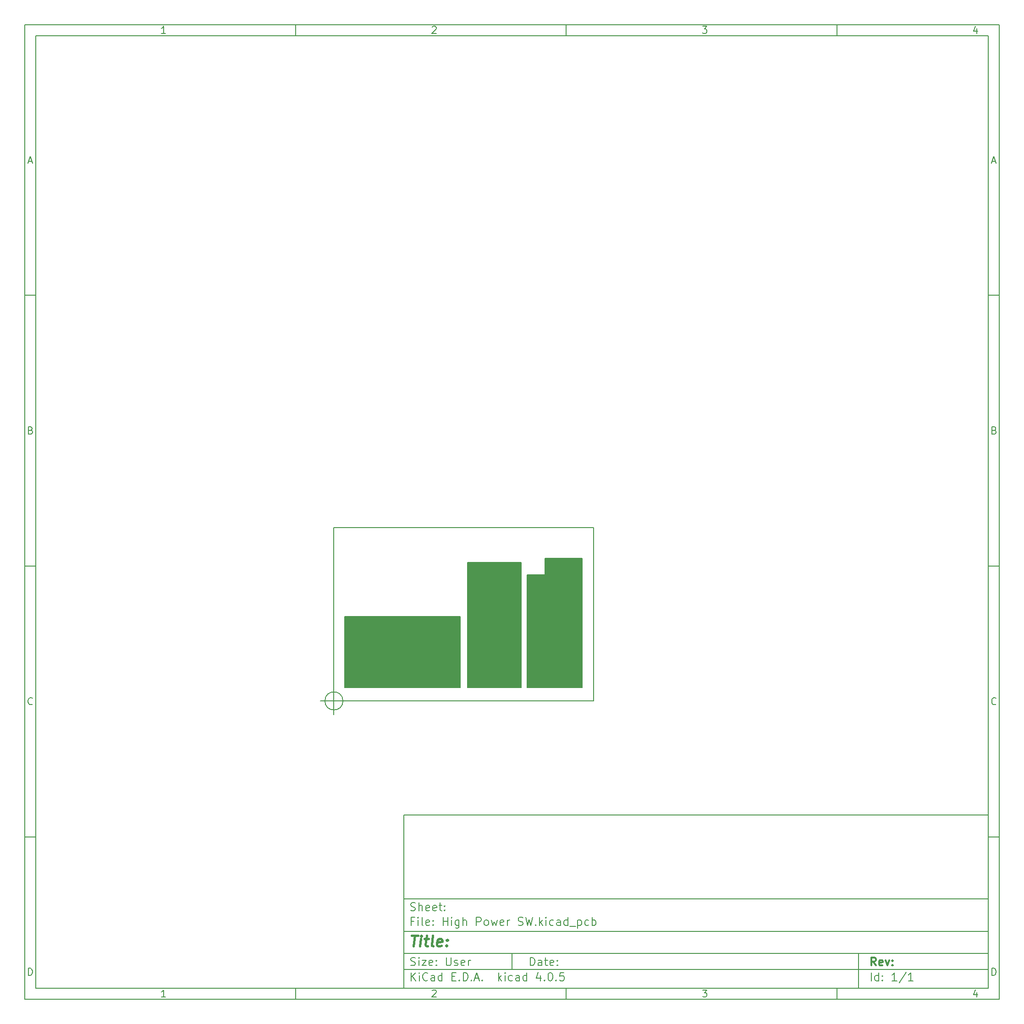
<source format=gbr>
G04 #@! TF.FileFunction,Copper,L2,Bot,Signal*
%FSLAX46Y46*%
G04 Gerber Fmt 4.6, Leading zero omitted, Abs format (unit mm)*
G04 Created by KiCad (PCBNEW 4.0.5) date 02/13/17 18:32:51*
%MOMM*%
%LPD*%
G01*
G04 APERTURE LIST*
%ADD10C,0.100000*%
%ADD11C,0.150000*%
%ADD12C,0.300000*%
%ADD13C,0.400000*%
%ADD14R,6.500000X9.000000*%
%ADD15R,1.500000X1.500000*%
%ADD16R,5.000000X5.000000*%
%ADD17R,5.000000X4.000000*%
%ADD18C,0.600000*%
%ADD19C,0.127000*%
G04 APERTURE END LIST*
D10*
D11*
X79999600Y-155999600D02*
X79999600Y-187999600D01*
X187999600Y-187999600D01*
X187999600Y-155999600D01*
X79999600Y-155999600D01*
D10*
D11*
X10000000Y-10000000D02*
X10000000Y-189999600D01*
X189999600Y-189999600D01*
X189999600Y-10000000D01*
X10000000Y-10000000D01*
D10*
D11*
X12000000Y-12000000D02*
X12000000Y-187999600D01*
X187999600Y-187999600D01*
X187999600Y-12000000D01*
X12000000Y-12000000D01*
D10*
D11*
X60000000Y-12000000D02*
X60000000Y-10000000D01*
D10*
D11*
X110000000Y-12000000D02*
X110000000Y-10000000D01*
D10*
D11*
X160000000Y-12000000D02*
X160000000Y-10000000D01*
D10*
D11*
X35990476Y-11588095D02*
X35247619Y-11588095D01*
X35619048Y-11588095D02*
X35619048Y-10288095D01*
X35495238Y-10473810D01*
X35371429Y-10597619D01*
X35247619Y-10659524D01*
D10*
D11*
X85247619Y-10411905D02*
X85309524Y-10350000D01*
X85433333Y-10288095D01*
X85742857Y-10288095D01*
X85866667Y-10350000D01*
X85928571Y-10411905D01*
X85990476Y-10535714D01*
X85990476Y-10659524D01*
X85928571Y-10845238D01*
X85185714Y-11588095D01*
X85990476Y-11588095D01*
D10*
D11*
X135185714Y-10288095D02*
X135990476Y-10288095D01*
X135557143Y-10783333D01*
X135742857Y-10783333D01*
X135866667Y-10845238D01*
X135928571Y-10907143D01*
X135990476Y-11030952D01*
X135990476Y-11340476D01*
X135928571Y-11464286D01*
X135866667Y-11526190D01*
X135742857Y-11588095D01*
X135371429Y-11588095D01*
X135247619Y-11526190D01*
X135185714Y-11464286D01*
D10*
D11*
X185866667Y-10721429D02*
X185866667Y-11588095D01*
X185557143Y-10226190D02*
X185247619Y-11154762D01*
X186052381Y-11154762D01*
D10*
D11*
X60000000Y-187999600D02*
X60000000Y-189999600D01*
D10*
D11*
X110000000Y-187999600D02*
X110000000Y-189999600D01*
D10*
D11*
X160000000Y-187999600D02*
X160000000Y-189999600D01*
D10*
D11*
X35990476Y-189587695D02*
X35247619Y-189587695D01*
X35619048Y-189587695D02*
X35619048Y-188287695D01*
X35495238Y-188473410D01*
X35371429Y-188597219D01*
X35247619Y-188659124D01*
D10*
D11*
X85247619Y-188411505D02*
X85309524Y-188349600D01*
X85433333Y-188287695D01*
X85742857Y-188287695D01*
X85866667Y-188349600D01*
X85928571Y-188411505D01*
X85990476Y-188535314D01*
X85990476Y-188659124D01*
X85928571Y-188844838D01*
X85185714Y-189587695D01*
X85990476Y-189587695D01*
D10*
D11*
X135185714Y-188287695D02*
X135990476Y-188287695D01*
X135557143Y-188782933D01*
X135742857Y-188782933D01*
X135866667Y-188844838D01*
X135928571Y-188906743D01*
X135990476Y-189030552D01*
X135990476Y-189340076D01*
X135928571Y-189463886D01*
X135866667Y-189525790D01*
X135742857Y-189587695D01*
X135371429Y-189587695D01*
X135247619Y-189525790D01*
X135185714Y-189463886D01*
D10*
D11*
X185866667Y-188721029D02*
X185866667Y-189587695D01*
X185557143Y-188225790D02*
X185247619Y-189154362D01*
X186052381Y-189154362D01*
D10*
D11*
X10000000Y-60000000D02*
X12000000Y-60000000D01*
D10*
D11*
X10000000Y-110000000D02*
X12000000Y-110000000D01*
D10*
D11*
X10000000Y-160000000D02*
X12000000Y-160000000D01*
D10*
D11*
X10690476Y-35216667D02*
X11309524Y-35216667D01*
X10566667Y-35588095D02*
X11000000Y-34288095D01*
X11433333Y-35588095D01*
D10*
D11*
X11092857Y-84907143D02*
X11278571Y-84969048D01*
X11340476Y-85030952D01*
X11402381Y-85154762D01*
X11402381Y-85340476D01*
X11340476Y-85464286D01*
X11278571Y-85526190D01*
X11154762Y-85588095D01*
X10659524Y-85588095D01*
X10659524Y-84288095D01*
X11092857Y-84288095D01*
X11216667Y-84350000D01*
X11278571Y-84411905D01*
X11340476Y-84535714D01*
X11340476Y-84659524D01*
X11278571Y-84783333D01*
X11216667Y-84845238D01*
X11092857Y-84907143D01*
X10659524Y-84907143D01*
D10*
D11*
X11402381Y-135464286D02*
X11340476Y-135526190D01*
X11154762Y-135588095D01*
X11030952Y-135588095D01*
X10845238Y-135526190D01*
X10721429Y-135402381D01*
X10659524Y-135278571D01*
X10597619Y-135030952D01*
X10597619Y-134845238D01*
X10659524Y-134597619D01*
X10721429Y-134473810D01*
X10845238Y-134350000D01*
X11030952Y-134288095D01*
X11154762Y-134288095D01*
X11340476Y-134350000D01*
X11402381Y-134411905D01*
D10*
D11*
X10659524Y-185588095D02*
X10659524Y-184288095D01*
X10969048Y-184288095D01*
X11154762Y-184350000D01*
X11278571Y-184473810D01*
X11340476Y-184597619D01*
X11402381Y-184845238D01*
X11402381Y-185030952D01*
X11340476Y-185278571D01*
X11278571Y-185402381D01*
X11154762Y-185526190D01*
X10969048Y-185588095D01*
X10659524Y-185588095D01*
D10*
D11*
X189999600Y-60000000D02*
X187999600Y-60000000D01*
D10*
D11*
X189999600Y-110000000D02*
X187999600Y-110000000D01*
D10*
D11*
X189999600Y-160000000D02*
X187999600Y-160000000D01*
D10*
D11*
X188690076Y-35216667D02*
X189309124Y-35216667D01*
X188566267Y-35588095D02*
X188999600Y-34288095D01*
X189432933Y-35588095D01*
D10*
D11*
X189092457Y-84907143D02*
X189278171Y-84969048D01*
X189340076Y-85030952D01*
X189401981Y-85154762D01*
X189401981Y-85340476D01*
X189340076Y-85464286D01*
X189278171Y-85526190D01*
X189154362Y-85588095D01*
X188659124Y-85588095D01*
X188659124Y-84288095D01*
X189092457Y-84288095D01*
X189216267Y-84350000D01*
X189278171Y-84411905D01*
X189340076Y-84535714D01*
X189340076Y-84659524D01*
X189278171Y-84783333D01*
X189216267Y-84845238D01*
X189092457Y-84907143D01*
X188659124Y-84907143D01*
D10*
D11*
X189401981Y-135464286D02*
X189340076Y-135526190D01*
X189154362Y-135588095D01*
X189030552Y-135588095D01*
X188844838Y-135526190D01*
X188721029Y-135402381D01*
X188659124Y-135278571D01*
X188597219Y-135030952D01*
X188597219Y-134845238D01*
X188659124Y-134597619D01*
X188721029Y-134473810D01*
X188844838Y-134350000D01*
X189030552Y-134288095D01*
X189154362Y-134288095D01*
X189340076Y-134350000D01*
X189401981Y-134411905D01*
D10*
D11*
X188659124Y-185588095D02*
X188659124Y-184288095D01*
X188968648Y-184288095D01*
X189154362Y-184350000D01*
X189278171Y-184473810D01*
X189340076Y-184597619D01*
X189401981Y-184845238D01*
X189401981Y-185030952D01*
X189340076Y-185278571D01*
X189278171Y-185402381D01*
X189154362Y-185526190D01*
X188968648Y-185588095D01*
X188659124Y-185588095D01*
D10*
D11*
X103356743Y-183778171D02*
X103356743Y-182278171D01*
X103713886Y-182278171D01*
X103928171Y-182349600D01*
X104071029Y-182492457D01*
X104142457Y-182635314D01*
X104213886Y-182921029D01*
X104213886Y-183135314D01*
X104142457Y-183421029D01*
X104071029Y-183563886D01*
X103928171Y-183706743D01*
X103713886Y-183778171D01*
X103356743Y-183778171D01*
X105499600Y-183778171D02*
X105499600Y-182992457D01*
X105428171Y-182849600D01*
X105285314Y-182778171D01*
X104999600Y-182778171D01*
X104856743Y-182849600D01*
X105499600Y-183706743D02*
X105356743Y-183778171D01*
X104999600Y-183778171D01*
X104856743Y-183706743D01*
X104785314Y-183563886D01*
X104785314Y-183421029D01*
X104856743Y-183278171D01*
X104999600Y-183206743D01*
X105356743Y-183206743D01*
X105499600Y-183135314D01*
X105999600Y-182778171D02*
X106571029Y-182778171D01*
X106213886Y-182278171D02*
X106213886Y-183563886D01*
X106285314Y-183706743D01*
X106428172Y-183778171D01*
X106571029Y-183778171D01*
X107642457Y-183706743D02*
X107499600Y-183778171D01*
X107213886Y-183778171D01*
X107071029Y-183706743D01*
X106999600Y-183563886D01*
X106999600Y-182992457D01*
X107071029Y-182849600D01*
X107213886Y-182778171D01*
X107499600Y-182778171D01*
X107642457Y-182849600D01*
X107713886Y-182992457D01*
X107713886Y-183135314D01*
X106999600Y-183278171D01*
X108356743Y-183635314D02*
X108428171Y-183706743D01*
X108356743Y-183778171D01*
X108285314Y-183706743D01*
X108356743Y-183635314D01*
X108356743Y-183778171D01*
X108356743Y-182849600D02*
X108428171Y-182921029D01*
X108356743Y-182992457D01*
X108285314Y-182921029D01*
X108356743Y-182849600D01*
X108356743Y-182992457D01*
D10*
D11*
X79999600Y-184499600D02*
X187999600Y-184499600D01*
D10*
D11*
X81356743Y-186578171D02*
X81356743Y-185078171D01*
X82213886Y-186578171D02*
X81571029Y-185721029D01*
X82213886Y-185078171D02*
X81356743Y-185935314D01*
X82856743Y-186578171D02*
X82856743Y-185578171D01*
X82856743Y-185078171D02*
X82785314Y-185149600D01*
X82856743Y-185221029D01*
X82928171Y-185149600D01*
X82856743Y-185078171D01*
X82856743Y-185221029D01*
X84428172Y-186435314D02*
X84356743Y-186506743D01*
X84142457Y-186578171D01*
X83999600Y-186578171D01*
X83785315Y-186506743D01*
X83642457Y-186363886D01*
X83571029Y-186221029D01*
X83499600Y-185935314D01*
X83499600Y-185721029D01*
X83571029Y-185435314D01*
X83642457Y-185292457D01*
X83785315Y-185149600D01*
X83999600Y-185078171D01*
X84142457Y-185078171D01*
X84356743Y-185149600D01*
X84428172Y-185221029D01*
X85713886Y-186578171D02*
X85713886Y-185792457D01*
X85642457Y-185649600D01*
X85499600Y-185578171D01*
X85213886Y-185578171D01*
X85071029Y-185649600D01*
X85713886Y-186506743D02*
X85571029Y-186578171D01*
X85213886Y-186578171D01*
X85071029Y-186506743D01*
X84999600Y-186363886D01*
X84999600Y-186221029D01*
X85071029Y-186078171D01*
X85213886Y-186006743D01*
X85571029Y-186006743D01*
X85713886Y-185935314D01*
X87071029Y-186578171D02*
X87071029Y-185078171D01*
X87071029Y-186506743D02*
X86928172Y-186578171D01*
X86642458Y-186578171D01*
X86499600Y-186506743D01*
X86428172Y-186435314D01*
X86356743Y-186292457D01*
X86356743Y-185863886D01*
X86428172Y-185721029D01*
X86499600Y-185649600D01*
X86642458Y-185578171D01*
X86928172Y-185578171D01*
X87071029Y-185649600D01*
X88928172Y-185792457D02*
X89428172Y-185792457D01*
X89642458Y-186578171D02*
X88928172Y-186578171D01*
X88928172Y-185078171D01*
X89642458Y-185078171D01*
X90285315Y-186435314D02*
X90356743Y-186506743D01*
X90285315Y-186578171D01*
X90213886Y-186506743D01*
X90285315Y-186435314D01*
X90285315Y-186578171D01*
X90999601Y-186578171D02*
X90999601Y-185078171D01*
X91356744Y-185078171D01*
X91571029Y-185149600D01*
X91713887Y-185292457D01*
X91785315Y-185435314D01*
X91856744Y-185721029D01*
X91856744Y-185935314D01*
X91785315Y-186221029D01*
X91713887Y-186363886D01*
X91571029Y-186506743D01*
X91356744Y-186578171D01*
X90999601Y-186578171D01*
X92499601Y-186435314D02*
X92571029Y-186506743D01*
X92499601Y-186578171D01*
X92428172Y-186506743D01*
X92499601Y-186435314D01*
X92499601Y-186578171D01*
X93142458Y-186149600D02*
X93856744Y-186149600D01*
X92999601Y-186578171D02*
X93499601Y-185078171D01*
X93999601Y-186578171D01*
X94499601Y-186435314D02*
X94571029Y-186506743D01*
X94499601Y-186578171D01*
X94428172Y-186506743D01*
X94499601Y-186435314D01*
X94499601Y-186578171D01*
X97499601Y-186578171D02*
X97499601Y-185078171D01*
X97642458Y-186006743D02*
X98071029Y-186578171D01*
X98071029Y-185578171D02*
X97499601Y-186149600D01*
X98713887Y-186578171D02*
X98713887Y-185578171D01*
X98713887Y-185078171D02*
X98642458Y-185149600D01*
X98713887Y-185221029D01*
X98785315Y-185149600D01*
X98713887Y-185078171D01*
X98713887Y-185221029D01*
X100071030Y-186506743D02*
X99928173Y-186578171D01*
X99642459Y-186578171D01*
X99499601Y-186506743D01*
X99428173Y-186435314D01*
X99356744Y-186292457D01*
X99356744Y-185863886D01*
X99428173Y-185721029D01*
X99499601Y-185649600D01*
X99642459Y-185578171D01*
X99928173Y-185578171D01*
X100071030Y-185649600D01*
X101356744Y-186578171D02*
X101356744Y-185792457D01*
X101285315Y-185649600D01*
X101142458Y-185578171D01*
X100856744Y-185578171D01*
X100713887Y-185649600D01*
X101356744Y-186506743D02*
X101213887Y-186578171D01*
X100856744Y-186578171D01*
X100713887Y-186506743D01*
X100642458Y-186363886D01*
X100642458Y-186221029D01*
X100713887Y-186078171D01*
X100856744Y-186006743D01*
X101213887Y-186006743D01*
X101356744Y-185935314D01*
X102713887Y-186578171D02*
X102713887Y-185078171D01*
X102713887Y-186506743D02*
X102571030Y-186578171D01*
X102285316Y-186578171D01*
X102142458Y-186506743D01*
X102071030Y-186435314D01*
X101999601Y-186292457D01*
X101999601Y-185863886D01*
X102071030Y-185721029D01*
X102142458Y-185649600D01*
X102285316Y-185578171D01*
X102571030Y-185578171D01*
X102713887Y-185649600D01*
X105213887Y-185578171D02*
X105213887Y-186578171D01*
X104856744Y-185006743D02*
X104499601Y-186078171D01*
X105428173Y-186078171D01*
X105999601Y-186435314D02*
X106071029Y-186506743D01*
X105999601Y-186578171D01*
X105928172Y-186506743D01*
X105999601Y-186435314D01*
X105999601Y-186578171D01*
X106999601Y-185078171D02*
X107142458Y-185078171D01*
X107285315Y-185149600D01*
X107356744Y-185221029D01*
X107428173Y-185363886D01*
X107499601Y-185649600D01*
X107499601Y-186006743D01*
X107428173Y-186292457D01*
X107356744Y-186435314D01*
X107285315Y-186506743D01*
X107142458Y-186578171D01*
X106999601Y-186578171D01*
X106856744Y-186506743D01*
X106785315Y-186435314D01*
X106713887Y-186292457D01*
X106642458Y-186006743D01*
X106642458Y-185649600D01*
X106713887Y-185363886D01*
X106785315Y-185221029D01*
X106856744Y-185149600D01*
X106999601Y-185078171D01*
X108142458Y-186435314D02*
X108213886Y-186506743D01*
X108142458Y-186578171D01*
X108071029Y-186506743D01*
X108142458Y-186435314D01*
X108142458Y-186578171D01*
X109571030Y-185078171D02*
X108856744Y-185078171D01*
X108785315Y-185792457D01*
X108856744Y-185721029D01*
X108999601Y-185649600D01*
X109356744Y-185649600D01*
X109499601Y-185721029D01*
X109571030Y-185792457D01*
X109642458Y-185935314D01*
X109642458Y-186292457D01*
X109571030Y-186435314D01*
X109499601Y-186506743D01*
X109356744Y-186578171D01*
X108999601Y-186578171D01*
X108856744Y-186506743D01*
X108785315Y-186435314D01*
D10*
D11*
X79999600Y-181499600D02*
X187999600Y-181499600D01*
D10*
D12*
X167213886Y-183778171D02*
X166713886Y-183063886D01*
X166356743Y-183778171D02*
X166356743Y-182278171D01*
X166928171Y-182278171D01*
X167071029Y-182349600D01*
X167142457Y-182421029D01*
X167213886Y-182563886D01*
X167213886Y-182778171D01*
X167142457Y-182921029D01*
X167071029Y-182992457D01*
X166928171Y-183063886D01*
X166356743Y-183063886D01*
X168428171Y-183706743D02*
X168285314Y-183778171D01*
X167999600Y-183778171D01*
X167856743Y-183706743D01*
X167785314Y-183563886D01*
X167785314Y-182992457D01*
X167856743Y-182849600D01*
X167999600Y-182778171D01*
X168285314Y-182778171D01*
X168428171Y-182849600D01*
X168499600Y-182992457D01*
X168499600Y-183135314D01*
X167785314Y-183278171D01*
X168999600Y-182778171D02*
X169356743Y-183778171D01*
X169713885Y-182778171D01*
X170285314Y-183635314D02*
X170356742Y-183706743D01*
X170285314Y-183778171D01*
X170213885Y-183706743D01*
X170285314Y-183635314D01*
X170285314Y-183778171D01*
X170285314Y-182849600D02*
X170356742Y-182921029D01*
X170285314Y-182992457D01*
X170213885Y-182921029D01*
X170285314Y-182849600D01*
X170285314Y-182992457D01*
D10*
D11*
X81285314Y-183706743D02*
X81499600Y-183778171D01*
X81856743Y-183778171D01*
X81999600Y-183706743D01*
X82071029Y-183635314D01*
X82142457Y-183492457D01*
X82142457Y-183349600D01*
X82071029Y-183206743D01*
X81999600Y-183135314D01*
X81856743Y-183063886D01*
X81571029Y-182992457D01*
X81428171Y-182921029D01*
X81356743Y-182849600D01*
X81285314Y-182706743D01*
X81285314Y-182563886D01*
X81356743Y-182421029D01*
X81428171Y-182349600D01*
X81571029Y-182278171D01*
X81928171Y-182278171D01*
X82142457Y-182349600D01*
X82785314Y-183778171D02*
X82785314Y-182778171D01*
X82785314Y-182278171D02*
X82713885Y-182349600D01*
X82785314Y-182421029D01*
X82856742Y-182349600D01*
X82785314Y-182278171D01*
X82785314Y-182421029D01*
X83356743Y-182778171D02*
X84142457Y-182778171D01*
X83356743Y-183778171D01*
X84142457Y-183778171D01*
X85285314Y-183706743D02*
X85142457Y-183778171D01*
X84856743Y-183778171D01*
X84713886Y-183706743D01*
X84642457Y-183563886D01*
X84642457Y-182992457D01*
X84713886Y-182849600D01*
X84856743Y-182778171D01*
X85142457Y-182778171D01*
X85285314Y-182849600D01*
X85356743Y-182992457D01*
X85356743Y-183135314D01*
X84642457Y-183278171D01*
X85999600Y-183635314D02*
X86071028Y-183706743D01*
X85999600Y-183778171D01*
X85928171Y-183706743D01*
X85999600Y-183635314D01*
X85999600Y-183778171D01*
X85999600Y-182849600D02*
X86071028Y-182921029D01*
X85999600Y-182992457D01*
X85928171Y-182921029D01*
X85999600Y-182849600D01*
X85999600Y-182992457D01*
X87856743Y-182278171D02*
X87856743Y-183492457D01*
X87928171Y-183635314D01*
X87999600Y-183706743D01*
X88142457Y-183778171D01*
X88428171Y-183778171D01*
X88571029Y-183706743D01*
X88642457Y-183635314D01*
X88713886Y-183492457D01*
X88713886Y-182278171D01*
X89356743Y-183706743D02*
X89499600Y-183778171D01*
X89785315Y-183778171D01*
X89928172Y-183706743D01*
X89999600Y-183563886D01*
X89999600Y-183492457D01*
X89928172Y-183349600D01*
X89785315Y-183278171D01*
X89571029Y-183278171D01*
X89428172Y-183206743D01*
X89356743Y-183063886D01*
X89356743Y-182992457D01*
X89428172Y-182849600D01*
X89571029Y-182778171D01*
X89785315Y-182778171D01*
X89928172Y-182849600D01*
X91213886Y-183706743D02*
X91071029Y-183778171D01*
X90785315Y-183778171D01*
X90642458Y-183706743D01*
X90571029Y-183563886D01*
X90571029Y-182992457D01*
X90642458Y-182849600D01*
X90785315Y-182778171D01*
X91071029Y-182778171D01*
X91213886Y-182849600D01*
X91285315Y-182992457D01*
X91285315Y-183135314D01*
X90571029Y-183278171D01*
X91928172Y-183778171D02*
X91928172Y-182778171D01*
X91928172Y-183063886D02*
X91999600Y-182921029D01*
X92071029Y-182849600D01*
X92213886Y-182778171D01*
X92356743Y-182778171D01*
D10*
D11*
X166356743Y-186578171D02*
X166356743Y-185078171D01*
X167713886Y-186578171D02*
X167713886Y-185078171D01*
X167713886Y-186506743D02*
X167571029Y-186578171D01*
X167285315Y-186578171D01*
X167142457Y-186506743D01*
X167071029Y-186435314D01*
X166999600Y-186292457D01*
X166999600Y-185863886D01*
X167071029Y-185721029D01*
X167142457Y-185649600D01*
X167285315Y-185578171D01*
X167571029Y-185578171D01*
X167713886Y-185649600D01*
X168428172Y-186435314D02*
X168499600Y-186506743D01*
X168428172Y-186578171D01*
X168356743Y-186506743D01*
X168428172Y-186435314D01*
X168428172Y-186578171D01*
X168428172Y-185649600D02*
X168499600Y-185721029D01*
X168428172Y-185792457D01*
X168356743Y-185721029D01*
X168428172Y-185649600D01*
X168428172Y-185792457D01*
X171071029Y-186578171D02*
X170213886Y-186578171D01*
X170642458Y-186578171D02*
X170642458Y-185078171D01*
X170499601Y-185292457D01*
X170356743Y-185435314D01*
X170213886Y-185506743D01*
X172785314Y-185006743D02*
X171499600Y-186935314D01*
X174071029Y-186578171D02*
X173213886Y-186578171D01*
X173642458Y-186578171D02*
X173642458Y-185078171D01*
X173499601Y-185292457D01*
X173356743Y-185435314D01*
X173213886Y-185506743D01*
D10*
D11*
X79999600Y-177499600D02*
X187999600Y-177499600D01*
D10*
D13*
X81451981Y-178204362D02*
X82594838Y-178204362D01*
X81773410Y-180204362D02*
X82023410Y-178204362D01*
X83011505Y-180204362D02*
X83178171Y-178871029D01*
X83261505Y-178204362D02*
X83154362Y-178299600D01*
X83237695Y-178394838D01*
X83344839Y-178299600D01*
X83261505Y-178204362D01*
X83237695Y-178394838D01*
X83844838Y-178871029D02*
X84606743Y-178871029D01*
X84213886Y-178204362D02*
X83999600Y-179918648D01*
X84071030Y-180109124D01*
X84249601Y-180204362D01*
X84440077Y-180204362D01*
X85392458Y-180204362D02*
X85213887Y-180109124D01*
X85142457Y-179918648D01*
X85356743Y-178204362D01*
X86928172Y-180109124D02*
X86725791Y-180204362D01*
X86344839Y-180204362D01*
X86166267Y-180109124D01*
X86094838Y-179918648D01*
X86190076Y-179156743D01*
X86309124Y-178966267D01*
X86511505Y-178871029D01*
X86892457Y-178871029D01*
X87071029Y-178966267D01*
X87142457Y-179156743D01*
X87118648Y-179347219D01*
X86142457Y-179537695D01*
X87892457Y-180013886D02*
X87975792Y-180109124D01*
X87868648Y-180204362D01*
X87785315Y-180109124D01*
X87892457Y-180013886D01*
X87868648Y-180204362D01*
X88023410Y-178966267D02*
X88106744Y-179061505D01*
X87999600Y-179156743D01*
X87916267Y-179061505D01*
X88023410Y-178966267D01*
X87999600Y-179156743D01*
D10*
D11*
X81856743Y-175592457D02*
X81356743Y-175592457D01*
X81356743Y-176378171D02*
X81356743Y-174878171D01*
X82071029Y-174878171D01*
X82642457Y-176378171D02*
X82642457Y-175378171D01*
X82642457Y-174878171D02*
X82571028Y-174949600D01*
X82642457Y-175021029D01*
X82713885Y-174949600D01*
X82642457Y-174878171D01*
X82642457Y-175021029D01*
X83571029Y-176378171D02*
X83428171Y-176306743D01*
X83356743Y-176163886D01*
X83356743Y-174878171D01*
X84713885Y-176306743D02*
X84571028Y-176378171D01*
X84285314Y-176378171D01*
X84142457Y-176306743D01*
X84071028Y-176163886D01*
X84071028Y-175592457D01*
X84142457Y-175449600D01*
X84285314Y-175378171D01*
X84571028Y-175378171D01*
X84713885Y-175449600D01*
X84785314Y-175592457D01*
X84785314Y-175735314D01*
X84071028Y-175878171D01*
X85428171Y-176235314D02*
X85499599Y-176306743D01*
X85428171Y-176378171D01*
X85356742Y-176306743D01*
X85428171Y-176235314D01*
X85428171Y-176378171D01*
X85428171Y-175449600D02*
X85499599Y-175521029D01*
X85428171Y-175592457D01*
X85356742Y-175521029D01*
X85428171Y-175449600D01*
X85428171Y-175592457D01*
X87285314Y-176378171D02*
X87285314Y-174878171D01*
X87285314Y-175592457D02*
X88142457Y-175592457D01*
X88142457Y-176378171D02*
X88142457Y-174878171D01*
X88856743Y-176378171D02*
X88856743Y-175378171D01*
X88856743Y-174878171D02*
X88785314Y-174949600D01*
X88856743Y-175021029D01*
X88928171Y-174949600D01*
X88856743Y-174878171D01*
X88856743Y-175021029D01*
X90213886Y-175378171D02*
X90213886Y-176592457D01*
X90142457Y-176735314D01*
X90071029Y-176806743D01*
X89928172Y-176878171D01*
X89713886Y-176878171D01*
X89571029Y-176806743D01*
X90213886Y-176306743D02*
X90071029Y-176378171D01*
X89785315Y-176378171D01*
X89642457Y-176306743D01*
X89571029Y-176235314D01*
X89499600Y-176092457D01*
X89499600Y-175663886D01*
X89571029Y-175521029D01*
X89642457Y-175449600D01*
X89785315Y-175378171D01*
X90071029Y-175378171D01*
X90213886Y-175449600D01*
X90928172Y-176378171D02*
X90928172Y-174878171D01*
X91571029Y-176378171D02*
X91571029Y-175592457D01*
X91499600Y-175449600D01*
X91356743Y-175378171D01*
X91142458Y-175378171D01*
X90999600Y-175449600D01*
X90928172Y-175521029D01*
X93428172Y-176378171D02*
X93428172Y-174878171D01*
X93999600Y-174878171D01*
X94142458Y-174949600D01*
X94213886Y-175021029D01*
X94285315Y-175163886D01*
X94285315Y-175378171D01*
X94213886Y-175521029D01*
X94142458Y-175592457D01*
X93999600Y-175663886D01*
X93428172Y-175663886D01*
X95142458Y-176378171D02*
X94999600Y-176306743D01*
X94928172Y-176235314D01*
X94856743Y-176092457D01*
X94856743Y-175663886D01*
X94928172Y-175521029D01*
X94999600Y-175449600D01*
X95142458Y-175378171D01*
X95356743Y-175378171D01*
X95499600Y-175449600D01*
X95571029Y-175521029D01*
X95642458Y-175663886D01*
X95642458Y-176092457D01*
X95571029Y-176235314D01*
X95499600Y-176306743D01*
X95356743Y-176378171D01*
X95142458Y-176378171D01*
X96142458Y-175378171D02*
X96428172Y-176378171D01*
X96713886Y-175663886D01*
X96999601Y-176378171D01*
X97285315Y-175378171D01*
X98428172Y-176306743D02*
X98285315Y-176378171D01*
X97999601Y-176378171D01*
X97856744Y-176306743D01*
X97785315Y-176163886D01*
X97785315Y-175592457D01*
X97856744Y-175449600D01*
X97999601Y-175378171D01*
X98285315Y-175378171D01*
X98428172Y-175449600D01*
X98499601Y-175592457D01*
X98499601Y-175735314D01*
X97785315Y-175878171D01*
X99142458Y-176378171D02*
X99142458Y-175378171D01*
X99142458Y-175663886D02*
X99213886Y-175521029D01*
X99285315Y-175449600D01*
X99428172Y-175378171D01*
X99571029Y-175378171D01*
X101142457Y-176306743D02*
X101356743Y-176378171D01*
X101713886Y-176378171D01*
X101856743Y-176306743D01*
X101928172Y-176235314D01*
X101999600Y-176092457D01*
X101999600Y-175949600D01*
X101928172Y-175806743D01*
X101856743Y-175735314D01*
X101713886Y-175663886D01*
X101428172Y-175592457D01*
X101285314Y-175521029D01*
X101213886Y-175449600D01*
X101142457Y-175306743D01*
X101142457Y-175163886D01*
X101213886Y-175021029D01*
X101285314Y-174949600D01*
X101428172Y-174878171D01*
X101785314Y-174878171D01*
X101999600Y-174949600D01*
X102499600Y-174878171D02*
X102856743Y-176378171D01*
X103142457Y-175306743D01*
X103428171Y-176378171D01*
X103785314Y-174878171D01*
X104356743Y-176235314D02*
X104428171Y-176306743D01*
X104356743Y-176378171D01*
X104285314Y-176306743D01*
X104356743Y-176235314D01*
X104356743Y-176378171D01*
X105071029Y-176378171D02*
X105071029Y-174878171D01*
X105213886Y-175806743D02*
X105642457Y-176378171D01*
X105642457Y-175378171D02*
X105071029Y-175949600D01*
X106285315Y-176378171D02*
X106285315Y-175378171D01*
X106285315Y-174878171D02*
X106213886Y-174949600D01*
X106285315Y-175021029D01*
X106356743Y-174949600D01*
X106285315Y-174878171D01*
X106285315Y-175021029D01*
X107642458Y-176306743D02*
X107499601Y-176378171D01*
X107213887Y-176378171D01*
X107071029Y-176306743D01*
X106999601Y-176235314D01*
X106928172Y-176092457D01*
X106928172Y-175663886D01*
X106999601Y-175521029D01*
X107071029Y-175449600D01*
X107213887Y-175378171D01*
X107499601Y-175378171D01*
X107642458Y-175449600D01*
X108928172Y-176378171D02*
X108928172Y-175592457D01*
X108856743Y-175449600D01*
X108713886Y-175378171D01*
X108428172Y-175378171D01*
X108285315Y-175449600D01*
X108928172Y-176306743D02*
X108785315Y-176378171D01*
X108428172Y-176378171D01*
X108285315Y-176306743D01*
X108213886Y-176163886D01*
X108213886Y-176021029D01*
X108285315Y-175878171D01*
X108428172Y-175806743D01*
X108785315Y-175806743D01*
X108928172Y-175735314D01*
X110285315Y-176378171D02*
X110285315Y-174878171D01*
X110285315Y-176306743D02*
X110142458Y-176378171D01*
X109856744Y-176378171D01*
X109713886Y-176306743D01*
X109642458Y-176235314D01*
X109571029Y-176092457D01*
X109571029Y-175663886D01*
X109642458Y-175521029D01*
X109713886Y-175449600D01*
X109856744Y-175378171D01*
X110142458Y-175378171D01*
X110285315Y-175449600D01*
X110642458Y-176521029D02*
X111785315Y-176521029D01*
X112142458Y-175378171D02*
X112142458Y-176878171D01*
X112142458Y-175449600D02*
X112285315Y-175378171D01*
X112571029Y-175378171D01*
X112713886Y-175449600D01*
X112785315Y-175521029D01*
X112856744Y-175663886D01*
X112856744Y-176092457D01*
X112785315Y-176235314D01*
X112713886Y-176306743D01*
X112571029Y-176378171D01*
X112285315Y-176378171D01*
X112142458Y-176306743D01*
X114142458Y-176306743D02*
X113999601Y-176378171D01*
X113713887Y-176378171D01*
X113571029Y-176306743D01*
X113499601Y-176235314D01*
X113428172Y-176092457D01*
X113428172Y-175663886D01*
X113499601Y-175521029D01*
X113571029Y-175449600D01*
X113713887Y-175378171D01*
X113999601Y-175378171D01*
X114142458Y-175449600D01*
X114785315Y-176378171D02*
X114785315Y-174878171D01*
X114785315Y-175449600D02*
X114928172Y-175378171D01*
X115213886Y-175378171D01*
X115356743Y-175449600D01*
X115428172Y-175521029D01*
X115499601Y-175663886D01*
X115499601Y-176092457D01*
X115428172Y-176235314D01*
X115356743Y-176306743D01*
X115213886Y-176378171D01*
X114928172Y-176378171D01*
X114785315Y-176306743D01*
D10*
D11*
X79999600Y-171499600D02*
X187999600Y-171499600D01*
D10*
D11*
X81285314Y-173606743D02*
X81499600Y-173678171D01*
X81856743Y-173678171D01*
X81999600Y-173606743D01*
X82071029Y-173535314D01*
X82142457Y-173392457D01*
X82142457Y-173249600D01*
X82071029Y-173106743D01*
X81999600Y-173035314D01*
X81856743Y-172963886D01*
X81571029Y-172892457D01*
X81428171Y-172821029D01*
X81356743Y-172749600D01*
X81285314Y-172606743D01*
X81285314Y-172463886D01*
X81356743Y-172321029D01*
X81428171Y-172249600D01*
X81571029Y-172178171D01*
X81928171Y-172178171D01*
X82142457Y-172249600D01*
X82785314Y-173678171D02*
X82785314Y-172178171D01*
X83428171Y-173678171D02*
X83428171Y-172892457D01*
X83356742Y-172749600D01*
X83213885Y-172678171D01*
X82999600Y-172678171D01*
X82856742Y-172749600D01*
X82785314Y-172821029D01*
X84713885Y-173606743D02*
X84571028Y-173678171D01*
X84285314Y-173678171D01*
X84142457Y-173606743D01*
X84071028Y-173463886D01*
X84071028Y-172892457D01*
X84142457Y-172749600D01*
X84285314Y-172678171D01*
X84571028Y-172678171D01*
X84713885Y-172749600D01*
X84785314Y-172892457D01*
X84785314Y-173035314D01*
X84071028Y-173178171D01*
X85999599Y-173606743D02*
X85856742Y-173678171D01*
X85571028Y-173678171D01*
X85428171Y-173606743D01*
X85356742Y-173463886D01*
X85356742Y-172892457D01*
X85428171Y-172749600D01*
X85571028Y-172678171D01*
X85856742Y-172678171D01*
X85999599Y-172749600D01*
X86071028Y-172892457D01*
X86071028Y-173035314D01*
X85356742Y-173178171D01*
X86499599Y-172678171D02*
X87071028Y-172678171D01*
X86713885Y-172178171D02*
X86713885Y-173463886D01*
X86785313Y-173606743D01*
X86928171Y-173678171D01*
X87071028Y-173678171D01*
X87571028Y-173535314D02*
X87642456Y-173606743D01*
X87571028Y-173678171D01*
X87499599Y-173606743D01*
X87571028Y-173535314D01*
X87571028Y-173678171D01*
X87571028Y-172749600D02*
X87642456Y-172821029D01*
X87571028Y-172892457D01*
X87499599Y-172821029D01*
X87571028Y-172749600D01*
X87571028Y-172892457D01*
D10*
D11*
X99999600Y-181499600D02*
X99999600Y-184499600D01*
D10*
D11*
X163999600Y-181499600D02*
X163999600Y-187999600D01*
X67100000Y-102900000D02*
X67100000Y-134900000D01*
X115100000Y-102900000D02*
X67100000Y-102900000D01*
X115100000Y-134900000D02*
X115100000Y-102900000D01*
X68766666Y-134900000D02*
G75*
G03X68766666Y-134900000I-1666666J0D01*
G01*
X64600000Y-134900000D02*
X69600000Y-134900000D01*
X67100000Y-132400000D02*
X67100000Y-137400000D01*
X115100000Y-134900000D02*
X67100000Y-134900000D01*
X68766666Y-134900000D02*
G75*
G03X68766666Y-134900000I-1666666J0D01*
G01*
X64600000Y-134900000D02*
X69600000Y-134900000D01*
X67100000Y-132400000D02*
X67100000Y-137400000D01*
D14*
X98310000Y-113900000D03*
D15*
X96560000Y-117400000D03*
X96560000Y-110400000D03*
X98560000Y-110400000D03*
X100560000Y-110400000D03*
X98560000Y-117400000D03*
X95810000Y-112150000D03*
X95810000Y-115650000D03*
X100560000Y-117400000D03*
X95810000Y-113900000D03*
D16*
X71680000Y-129900000D03*
X76690000Y-129900000D03*
D17*
X71680000Y-125900000D03*
X76690000Y-125900000D03*
D16*
X71680000Y-121900000D03*
X76690000Y-121900000D03*
X94180000Y-129900000D03*
X99190000Y-129900000D03*
D17*
X94180000Y-125900000D03*
X99190000Y-125900000D03*
D16*
X94180000Y-121900000D03*
X99190000Y-121900000D03*
X82930000Y-129900000D03*
X87940000Y-129900000D03*
D17*
X82930000Y-125900000D03*
X87940000Y-125900000D03*
D16*
X82930000Y-121900000D03*
X87940000Y-121900000D03*
X105430000Y-129900000D03*
X110440000Y-129900000D03*
D17*
X105430000Y-125900000D03*
X110440000Y-125900000D03*
D16*
X105430000Y-121900000D03*
X110440000Y-121900000D03*
D18*
X103390000Y-115810000D03*
X103390000Y-114540000D03*
X103390000Y-113260000D03*
D13*
X103430000Y-115840000D02*
X103420000Y-115840000D01*
X103420000Y-115840000D02*
X103390000Y-115810000D01*
X103390000Y-114540000D02*
X103370000Y-114520000D01*
X103390000Y-113260000D02*
X103510000Y-113260000D01*
D19*
G36*
X112936500Y-132436500D02*
X102813500Y-132436500D01*
X102813500Y-111563500D01*
X106000000Y-111563500D01*
X106024705Y-111558497D01*
X106045517Y-111544277D01*
X106059157Y-111523080D01*
X106063500Y-111500000D01*
X106063500Y-108563500D01*
X112936500Y-108563500D01*
X112936500Y-132436500D01*
X112936500Y-132436500D01*
G37*
X112936500Y-132436500D02*
X102813500Y-132436500D01*
X102813500Y-111563500D01*
X106000000Y-111563500D01*
X106024705Y-111558497D01*
X106045517Y-111544277D01*
X106059157Y-111523080D01*
X106063500Y-111500000D01*
X106063500Y-108563500D01*
X112936500Y-108563500D01*
X112936500Y-132436500D01*
G36*
X101686500Y-132436500D02*
X91813500Y-132436500D01*
X91813500Y-109313500D01*
X101686500Y-109313500D01*
X101686500Y-132436500D01*
X101686500Y-132436500D01*
G37*
X101686500Y-132436500D02*
X91813500Y-132436500D01*
X91813500Y-109313500D01*
X101686500Y-109313500D01*
X101686500Y-132436500D01*
G36*
X90436500Y-132436500D02*
X69063500Y-132436500D01*
X69063500Y-119313500D01*
X90436500Y-119313500D01*
X90436500Y-132436500D01*
X90436500Y-132436500D01*
G37*
X90436500Y-132436500D02*
X69063500Y-132436500D01*
X69063500Y-119313500D01*
X90436500Y-119313500D01*
X90436500Y-132436500D01*
M02*

</source>
